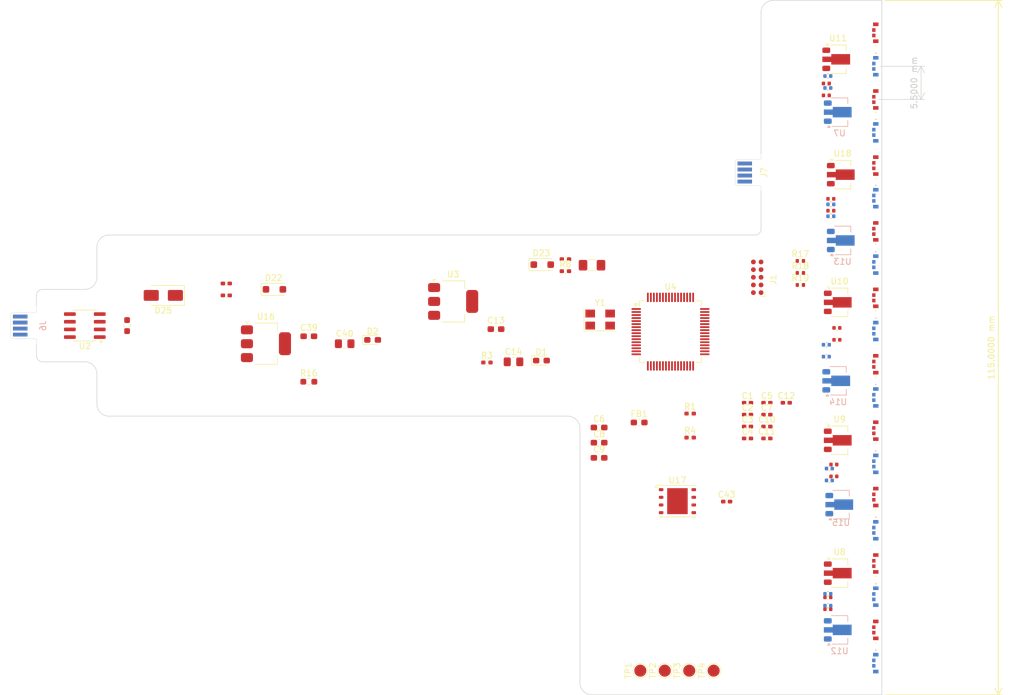
<source format=kicad_pcb>
(kicad_pcb (version 20241229) (generator "pcbnew") (generator_version "9.0")
  (layers (0 "F.Cu" signal) (2 "B.Cu" signal) (13 "F.Paste" user) (15 "B.Paste" user) (5 "F.SilkS" user "F.Silkscreen") (7 "B.SilkS" user "B.Silkscreen") (1 "F.Mask" user) (3 "B.Mask" user) (25 "Edge.Cuts" user))
  (net 0 "")
  (net 1 "GND")
  (net 2 "+3.3V")
  (net 3 "+3.3VA")
  (net 4 "NRST")
  (net 5 "Net-(C11-Pad1)")
  (net 6 "OSC_OUT")
  (net 7 "+5V")
  (net 8 "VD")
  (net 9 "Net-(D14-VDD)")
  (net 10 "Net-(D15-VDD)")
  (net 11 "Net-(D16-VDD)")
  (net 12 "Net-(D17-VDD)")
  (net 13 "Net-(D18-VDD)")
  (net 14 "Net-(D19-VDD)")
  (net 15 "Net-(D10-VDD)")
  (net 16 "Net-(D13-VDD)")
  (net 17 "Net-(D26-VDD)")
  (net 18 "Net-(D28-VDD)")
  (net 19 "v_main")
  (net 20 "Net-(D22-A)")
  (net 21 "Net-(D1-K)")
  (net 22 "Net-(D2-K)")
  (net 23 "Net-(D14-DIN)")
  (net 24 "LED_Signal")
  (net 25 "Net-(D15-DIN)")
  (net 26 "/LED_grouped/DO")
  (net 27 "Net-(D16-DIN)")
  (net 28 "/LED_grouped1/DO")
  (net 29 "Net-(D17-DIN)")
  (net 30 "/LED_grouped2/DO")
  (net 31 "Net-(D18-DIN)")
  (net 32 "/LED_grouped3/DO")
  (net 33 "Net-(D19-DIN)")
  (net 34 "/LED_grouped4/DO")
  (net 35 "Net-(D10-DO)")
  (net 36 "/LED_grouped5/DO")
  (net 37 "/LED_grouped6/DO")
  (net 38 "Net-(D13-DO)")
  (net 39 "/LED_grouped7/DO")
  (net 40 "Net-(D23-A)")
  (net 41 "Net-(D25-A)")
  (net 42 "Net-(D26-DO)")
  (net 43 "/LED_grouped8/DO")
  (net 44 "Net-(D28-DO)")
  (net 45 "/LED_grouped9/DO")
  (net 46 "charging_voltage")
  (net 47 "Net-(J1-Pin_5)")
  (net 48 "/J1-SWDIO")
  (net 49 "Net-(J1-Pin_6)")
  (net 50 "SWCLK")
  (net 51 "SWDIO")
  (net 52 "BOOT0")
  (net 53 "CAN_H_OUT")
  (net 54 "CAN_L_OUT")
  (net 55 "CAN_H_IN")
  (net 56 "CAN_L_IN")
  (net 57 "OSC_IN")
  (net 58 "VDsense")
  (net 59 "SWO")
  (net 60 "SPI_CS_FLASH")
  (net 61 "SPI2_SCK")
  (net 62 "SPI2_MISO")
  (net 63 "SPI2_MOSI")
  (net 64 "CAN_RX")
  (net 65 "CAN_TX")
  (net 66 "CAN_ADDR1")
  (net 67 "SPI1_MOSI")
  (net 68 "SPI1_SCK")
  (net 70 "SPI_CS_RADIO")
  (net 71 "P_SCL")
  (net 72 "SG_VOUT1")
  (net 78 "DIO3_RADIO")
  (net 81 "SG_REF")
  (net 83 "SPI1_MISO")
  (net 85 "P_SDA")
  (net 96 "CAN_ADDR0")
  (net 97 "SG_EN")
  (net 101 "TH_sense")
  (net 102 "DIO1_RADIO")
  (net 103 "SG_VOUT0")
  (footprint "Resistor_SMD:R_0402_1005Metric_Pad0.72x0.64mm_HandSolder" (layer "F.Cu") (at 193.2575 103.42)
    (property "Reference" "R1" (at 0 -1.17 0) (layer "F.SilkS"))
    (property "Value" "10k")
    (pad "1" smd roundrect (at -0.5975 0) (size 0.715 0.64) (layers "F.Cu" "F.Mask" "F.Paste") (net 1 "GND"))
    (pad "2" smd roundrect (at 0.5975 0) (size 0.715 0.64) (layers "F.Cu" "F.Mask" "F.Paste") (net 52 "BOOT0"))
  )
  (footprint "Capacitor_SMD:C_0603_1608Metric_Pad1.08x0.95mm_HandSolder" (layer "F.Cu") (at 178.17 110.75)
    (property "Reference" "C9" (at 0 -1.43 0) (layer "F.SilkS"))
    (property "Value" "1u")
    (pad "1" smd roundrect (at -0.8625 0) (size 1.075 0.95) (layers "F.Cu" "F.Mask" "F.Paste") (net 2 "+3.3V"))
    (pad "2" smd roundrect (at 0.8625 0) (size 1.075 0.95) (layers "F.Cu" "F.Mask" "F.Paste") (net 1 "GND"))
  )
  (footprint "Capacitor_SMD:C_0603_1608Metric_Pad1.08x0.95mm_HandSolder" (layer "F.Cu") (at 161.1 89.435)
    (property "Reference" "C13" (at 0 -1.43 0) (layer "F.SilkS"))
    (property "Value" "10u")
    (pad "1" smd roundrect (at -0.8625 0) (size 1.075 0.95) (layers "F.Cu" "F.Mask" "F.Paste") (net 7 "+5V"))
    (pad "2" smd roundrect (at 0.8625 0) (size 1.075 0.95) (layers "F.Cu" "F.Mask" "F.Paste") (net 1 "GND"))
  )
  (footprint "Resistor_SMD:R_0402_1005Metric_Pad0.72x0.64mm_HandSolder" (layer "F.Cu") (at 193.2575 107.4)
    (property "Reference" "R4" (at 0 -1.17 0) (layer "F.SilkS"))
    (property "Value" "1k")
    (pad "1" smd roundrect (at -0.5975 0) (size 0.715 0.64) (layers "F.Cu" "F.Mask" "F.Paste") (net 57 "OSC_IN"))
    (pad "2" smd roundrect (at 0.5975 0) (size 0.715 0.64) (layers "F.Cu" "F.Mask" "F.Paste") (net 5 "Net-(C11-Pad1)"))
  )
  (footprint "Diode_SMD:D_SOD-123F" (layer "F.Cu") (at 124.4 82.85)
    (property "Reference" "D22" (at -0.127 -1.905 0) (layer "F.SilkS"))
    (property "Value" "D_Schottky")
    (pad "1" smd roundrect (at -1.4 0) (size 1.1 1.1) (layers "F.Cu" "F.Mask" "F.Paste") (roundrect_rratio 0.2272727273) (net 7 "+5V"))
    (pad "2" smd roundrect (at 1.4 0) (size 1.1 1.1) (layers "F.Cu" "F.Mask" "F.Paste") (roundrect_rratio 0.2272727273) (net 20 "Net-(D22-A)"))
  )
  (footprint "Resistor_SMD:R_0603_1608Metric_Pad0.98x0.95mm_HandSolder" (layer "F.Cu") (at 130.1 98.15)
    (property "Reference" "R16" (at 0 -1.43 0) (layer "F.SilkS"))
    (property "Value" "680")
    (pad "1" smd roundrect (at -0.9125 0) (size 0.975 0.95) (layers "F.Cu" "F.Mask" "F.Paste") (net 22 "Net-(D2-K)"))
    (pad "2" smd roundrect (at 0.9125 0) (size 0.975 0.95) (layers "F.Cu" "F.Mask" "F.Paste") (net 1 "GND"))
  )
  (footprint "Resistor_SMD:R_0402_1005Metric" (layer "F.Cu") (at 211.51 80.13)
    (property "Reference" "R18" (at 0 -1.17 0) (layer "F.SilkS"))
    (property "Value" "22")
    (pad "1" smd roundrect (at -0.51 0) (size 0.54 0.64) (layers "F.Cu" "F.Mask" "F.Paste") (net 51 "SWDIO"))
    (pad "2" smd roundrect (at 0.51 0) (size 0.54 0.64) (layers "F.Cu" "F.Mask" "F.Paste") (net 48 "/J1-SWDIO"))
  )
  (footprint "Capacitor_SMD:C_0402_1005Metric" (layer "F.Cu") (at 216.56 69.825)
    (property "Reference" "C38" (hide yes))
    (property "Value" "100n" (hide yes))
    (pad "1" smd roundrect (at -0.48 0) (size 0.56 0.62) (layers "F.Cu" "F.Mask" "F.Paste") (net 18 "Net-(D28-VDD)"))
    (pad "2" smd roundrect (at 0.48 0) (size 0.56 0.62) (layers "F.Cu" "F.Mask" "F.Paste") (net 1 "GND"))
  )
  (footprint "Capacitor_SMD:C_0402_1005Metric_Pad0.74x0.62mm_HandSolder" (layer "F.Cu") (at 202.7575 103.6)
    (property "Reference" "C2" (at 0 -1.16 0) (layer "F.SilkS"))
    (property "Value" "100n")
    (pad "1" smd roundrect (at -0.5675 0) (size 0.735 0.62) (layers "F.Cu" "F.Mask" "F.Paste") (net 2 "+3.3V"))
    (pad "2" smd roundrect (at 0.5675 0) (size 0.735 0.62) (layers "F.Cu" "F.Mask" "F.Paste") (net 1 "GND"))
  )
  (footprint "fancyfins:1313210530000" (layer "F.Cu") (at 224 73.25 -90)
    (property "Reference" "D29" (hide yes))
    (property "Value" "3210" (hide yes))
    (pad "1" smd rect (at 1.4 0 270) (size 0.6 0.9) (layers "F.Cu" "F.Mask" "F.Paste") (net 1 "GND"))
    (pad "2" smd rect (at 0.45 0.325) (size 0.55 0.6) (layers "F.Cu" "F.Mask" "F.Paste") (net 44 "Net-(D28-DO)"))
    (pad "3" smd rect (at -0.45 0.325) (size 0.55 0.6) (layers "F.Cu" "F.Mask" "F.Paste") (net 18 "Net-(D28-VDD)"))
    (pad "4" smd rect (at -1.4 0 270) (size 0.6 0.9) (layers "F.Cu" "F.Mask" "F.Paste") (net 45 "/LED_grouped9/DO"))
  )
  (footprint "Package_TO_SOT_SMD:SOT-223-3_TabPin2" (layer "F.Cu") (at 154 84.85)
    (property "Reference" "U3" (at 0 -4.5 0) (layer "F.SilkS"))
    (property "Value" "AZ1117-3.3")
    (pad "1" smd roundrect (at -3.15 -2.3) (size 2 1.5) (layers "F.Cu" "F.Mask" "F.Paste") (net 1 "GND"))
    (pad "2" smd roundrect (at -3.15 0) (size 2 1.5) (layers "F.Cu" "F.Mask" "F.Paste") (net 2 "+3.3V"))
    (pad "2" smd roundrect (at 3.15 0) (size 2 3.8) (layers "F.Cu" "F.Mask" "F.Paste") (net 2 "+3.3V"))
    (pad "3" smd roundrect (at -3.15 2.3) (size 2 1.5) (layers "F.Cu" "F.Mask" "F.Paste") (net 7 "+5V"))
  )
  (footprint "TestPoint:TestPoint_Pad_D2.0mm" (layer "F.Cu") (at 189.05 146 90)
    (property "Reference" "TP2" (at 0 -1.998 90) (layer "F.SilkS"))
    (property "Value" "SCK")
    (pad "1" smd circle (at 0 0 90) (size 2 2) (layers "F.Cu" "F.Mask") (net 61 "SPI2_SCK"))
  )
  (footprint "fancyfins:1313210530000" (layer "F.Cu") (at 224 139.25 -90)
    (property "Reference" "D15" (hide yes))
    (property "Value" "3210" (hide yes))
    (pad "1" smd rect (at 1.4 0 270) (size 0.6 0.9) (layers "F.Cu" "F.Mask" "F.Paste") (net 1 "GND"))
    (pad "2" smd rect (at 0.45 0.325) (size 0.55 0.6) (layers "F.Cu" "F.Mask" "F.Paste") (net 25 "Net-(D15-DIN)"))
    (pad "3" smd rect (at -0.45 0.325) (size 0.55 0.6) (layers "F.Cu" "F.Mask" "F.Paste") (net 10 "Net-(D15-VDD)"))
    (pad "4" smd rect (at -1.4 0 270) (size 0.6 0.9) (layers "F.Cu" "F.Mask" "F.Paste") (net 28 "/LED_grouped1/DO"))
  )
  (footprint "Crystal:Crystal_SMD_5032-4Pin_5.0x3.2mm" (layer "F.Cu") (at 178.35 87.85)
    (property "Reference" "Y1" (at 0 -2.8 0) (layer "F.SilkS"))
    (property "Value" "8MHz 12pF")
    (pad "1" smd rect (at -1.65 1) (size 1.6 1.3) (layers "F.Cu" "F.Mask" "F.Paste") (net 5 "Net-(C11-Pad1)"))
    (pad "2" smd rect (at 1.65 1) (size 1.6 1.3) (layers "F.Cu" "F.Mask" "F.Paste") (net 1 "GND"))
    (pad "3" smd rect (at 1.65 -1) (size 1.6 1.3) (layers "F.Cu" "F.Mask" "F.Paste") (net 6 "OSC_OUT"))
    (pad "4" smd rect (at -1.65 -1) (size 1.6 1.3) (layers "F.Cu" "F.Mask" "F.Paste") (net 1 "GND"))
  )
  (footprint "TestPoint:TestPoint_Pad_D2.0mm" (layer "F.Cu") (at 193.1 146 90)
    (property "Reference" "TP3" (at 0 -1.998 90) (layer "F.SilkS"))
    (property "Value" "MISO")
    (pad "1" smd circle (at 0 0 90) (size 2 2) (layers "F.Cu" "F.Mask") (net 62 "SPI2_MISO"))
  )
  (footprint "fancyfins:1313210530000" (layer "F.Cu") (at 224 117.25 -90)
    (property "Reference" "D16" (hide yes))
    (property "Value" "3210" (hide yes))
    (pad "1" smd rect (at 1.4 0 270) (size 0.6 0.9) (layers "F.Cu" "F.Mask" "F.Paste") (net 1 "GND"))
    (pad "2" smd rect (at 0.45 0.325) (size 0.55 0.6) (layers "F.Cu" "F.Mask" "F.Paste") (net 27 "Net-(D16-DIN)"))
    (pad "3" smd rect (at -0.45 0.325) (size 0.55 0.6) (layers "F.Cu" "F.Mask" "F.Paste") (net 11 "Net-(D16-VDD)"))
    (pad "4" smd rect (at -1.4 0 270) (size 0.6 0.9) (layers "F.Cu" "F.Mask" "F.Paste") (net 30 "/LED_grouped2/DO"))
  )
  (footprint "Capacitor_SMD:C_0402_1005Metric" (layer "F.Cu") (at 216.56 67.855)
    (property "Reference" "C37" (hide yes))
    (property "Value" "330n" (hide yes))
    (pad "1" smd roundrect (at -0.48 0) (size 0.56 0.62) (layers "F.Cu" "F.Mask" "F.Paste") (net 8 "VD"))
    (pad "2" smd roundrect (at 0.48 0) (size 0.56 0.62) (layers "F.Cu" "F.Mask" "F.Paste") (net 1 "GND"))
  )
  (footprint "Resistor_SMD:R_0402_1005Metric" (layer "F.Cu") (at 211.51 78.14)
    (property "Reference" "R17" (at 0 -1.17 0) (layer "F.SilkS"))
    (property "Value" "22")
    (pad "1" smd roundrect (at -0.51 0) (size 0.54 0.64) (layers "F.Cu" "F.Mask" "F.Paste") (net 49 "Net-(J1-Pin_6)"))
    (pad "2" smd roundrect (at 0.51 0) (size 0.54 0.64) (layers "F.Cu" "F.Mask" "F.Paste") (net 50 "SWCLK"))
  )
  (footprint "fancyfins:1313210530000" (layer "F.Cu") (at 224 40.35 -90)
    (property "Reference" "D8" (hide yes))
    (property "Value" "3210" (hide yes))
    (pad "1" smd rect (at 1.4 0 270) (size 0.6 0.9) (layers "F.Cu" "F.Mask" "F.Paste") (net 31 "Net-(D18-DIN)"))
    (pad "2" smd rect (at 0.45 0.325) (size 0.55 0.6) (layers "F.Cu" "F.Mask" "F.Paste") (net 1 "GND"))
    (pad "3" smd rect (at -0.45 0.325) (size 0.55 0.6) (layers "F.Cu" "F.Mask" "F.Paste") (net 13 "Net-(D18-VDD)"))
    (pad "4" smd rect (at -1.4 0 270) (size 0.6 0.9) (layers "F.Cu" "F.Mask" "F.Paste") (net 32 "/LED_grouped3/DO"))
  )
  (footprint "Capacitor_SMD:C_0402_1005Metric_Pad0.74x0.62mm_HandSolder" (layer "F.Cu") (at 202.7575 101.63)
    (property "Reference" "C1" (at 0 -1.16 0) (layer "F.SilkS"))
    (property "Value" "100n")
    (pad "1" smd roundrect (at -0.5675 0) (size 0.735 0.62) (layers "F.Cu" "F.Mask" "F.Paste") (net 2 "+3.3V"))
    (pad "2" smd roundrect (at 0.5675 0) (size 0.735 0.62) (layers "F.Cu" "F.Mask" "F.Paste") (net 1 "GND"))
  )
  (footprint "Package_TO_SOT_SMD:SOT-89-3" (layer "F.Cu") (at 218 85)
    (property "Reference" "U10" (at 0 -3.5 0) (layer "F.SilkS"))
    (property "Value" "L78L05_SOT89" (hide yes))
    (pad "1" smd roundrect (at -1.95 -1.5) (size 1.3 0.9) (layers "F.Cu" "F.Mask" "F.Paste") (net 12 "Net-(D17-VDD)"))
    (pad "2" smd custom (at -1.8625 0) (size 1.475 0.9) (layers "F.Cu" "F.Mask" "F.Paste") (net 1 "GND") (options (clearance outline) (anchor rect)) (primitives (gr_poly (pts (xy 3.8625 0.8665) (xy 0.7375 0.8665) (xy 0.7375 -0.8665) (xy 3.8625 -0.8665)) (width 0) (fill yes))))
    (pad "3" smd roundrect (at -1.95 1.5) (size 1.3 0.9) (layers "F.Cu" "F.Mask" "F.Paste") (net 8 "VD"))
  )
  (footprint "Package_QFP:LQFP-64_10x10mm_P0.5mm" (layer "F.Cu") (at 190 89.85)
    (property "Reference" "U4" (at 0 -7.4 0) (layer "F.SilkS"))
    (property "Value" "STM32F103RCTx")
    (pad "1" smd roundrect (at -5.675 -3.75) (size 1.55 0.3) (layers "F.Cu" "F.Mask" "F.Paste") (net 2 "+3.3V"))
    (pad "2" smd roundrect (at -5.675 -3.25) (size 1.55 0.3) (layers "F.Cu" "F.Mask" "F.Paste"))
    (pad "3" smd roundrect (at -5.675 -2.75) (size 1.55 0.3) (layers "F.Cu" "F.Mask" "F.Paste"))
    (pad "4" smd roundrect (at -5.675 -2.25) (size 1.55 0.3) (layers "F.Cu" "F.Mask" "F.Paste"))
    (pad "5" smd roundrect (at -5.675 -1.75) (size 1.55 0.3) (layers "F.Cu" "F.Mask" "F.Paste") (net 57 "OSC_IN"))
    (pad "6" smd roundrect (at -5.675 -1.25) (size 1.55 0.3) (layers "F.Cu" "F.Mask" "F.Paste") (net 6 "OSC_OUT"))
    (pad "7" smd roundrect (at -5.675 -0.75) (size 1.55 0.3) (layers "F.Cu" "F.Mask" "F.Paste") (net 4 "NRST"))
    (pad "8" smd roundrect (at -5.675 -0.25) (size 1.55 0.3) (layers "F.Cu" "F.Mask" "F.Paste") (net 97 "SG_EN"))
    (pad "9" smd roundrect (at -5.675 0.25) (size 1.55 0.3) (layers "F.Cu" "F.Mask" "F.Paste") (net 103 "SG_VOUT0"))
    (pad "10" smd roundrect (at -5.675 0.75) (size 1.55 0.3) (layers "F.Cu" "F.Mask" "F.Paste") (net 81 "SG_REF"))
    (pad "11" smd roundrect (at -5.675 1.25) (size 1.55 0.3) (layers "F.Cu" "F.Mask" "F.Paste") (net 72 "SG_VOUT1"))
    (pad "12" smd roundrect (at -5.675 1.75) (size 1.55 0.3) (layers "F.Cu" "F.Mask" "F.Paste") (net 1 "GND"))
    (pad "13" smd roundrect (at -5.675 2.25) (size 1.55 0.3) (layers "F.Cu" "F.Mask" "F.Paste") (net 3 "+3.3VA"))
    (pad "14" smd roundrect (at -5.675 2.75) (size 1.55 0.3) (layers "F.Cu" "F.Mask" "F.Paste"))
    (pad "15" smd roundrect (at -5.675 3.25) (size 1.55 0.3) (layers "F.Cu" "F.Mask" "F.Paste"))
    (pad "16" smd roundrect (at -5.675 3.75) (size 1.55 0.3) (layers "F.Cu" "F.Mask" "F.Paste"))
    (pad "17" smd roundrect (at -3.75 5.675) (size 0.3 1.55) (layers "F.Cu" "F.Mask" "F.Paste") (net 102 "DIO1_RADIO"))
    (pad "18" smd roundrect (at -3.25 5.675) (size 0.3 1.55) (layers "F.Cu" "F.Mask" "F.Paste") (net 1 "GND"))
    (pad "19" smd roundrect (at -2.75 5.675) (size 0.3 1.55) (layers "F.Cu" "F.Mask" "F.Paste") (net 2 "+3.3V"))
    (pad "20" smd roundrect (at -2.25 5.675) (size 0.3 1.55) (layers "F.Cu" "F.Mask" "F.Paste") (net 78 "DIO3_RADIO"))
    (pad "21" smd roundrect (at -1.75 5.675) (size 0.3 1.55) (layers "F.Cu" "F.Mask" "F.Paste") (net 68 "SPI1_SCK"))
    (pad "22" smd roundrect (at -1.25 5.675) (size 0.3 1.55) (layers "F.Cu" "F.Mask" "F.Paste") (net 83 "SPI1_MISO"))
    (pad "23" smd roundrect (at -0.75 5.675) (size 0.3 1.55) (layers "F.Cu" "F.Mask" "F.Paste") (net 67 "SPI1_MOSI"))
    (pad "24" smd roundrect (at -0.25 5.675) (size 0.3 1.55) (layers "F.Cu" "F.Mask" "F.Paste") (net 70 "SPI_CS_RADIO"))
    (pad "25" smd roundrect (at 0.25 5.675) (size 0.3 1.55) (layers "F.Cu" "F.Mask" "F.Paste"))
    (pad "26" smd roundrect (at 0.75 5.675) (size 0.3 1.55) (layers "F.Cu" "F.Mask" "F.Paste") (net 101 "TH_sense"))
    (pad "27" smd roundrect (at 1.25 5.675) (size 0.3 1.55) (layers "F.Cu" "F.Mask" "F.Paste") (net 58 "VDsense"))
    (pad "28" smd roundrect (at 1.75 5.675) (size 0.3 1.55) (layers "F.Cu" "F.Mask" "F.Paste"))
    (pad "29" smd roundrect (at 2.25 5.675) (size 0.3 1.55) (layers "F.Cu" "F.Mask" "F.Paste") (net 71 "P_SCL"))
    (pad "30" smd roundrect (at 2.75 5.675) (size 0.3 1.55) (layers "F.Cu" "F.Mask" "F.Paste") (net 85 "P_SDA"))
    (pad "31" smd roundrect (at 3.25 5.675) (size 0.3 1.55) (layers "F.Cu" "F.Mask" "F.Paste") (net 1 "GND"))
    (pad "32" smd roundrect (at 3.75 5.675) (size 0.3 1.55) (layers "F.Cu" "F.Mask" "F.Paste") (net 2 "+3.3V"))
    (pad "33" smd roundrect (at 5.675 3.75) (size 1.55 0.3) (layers "F.Cu" "F.Mask" "F.Paste"))
    (pad "34" smd roundrect (at 5.675 3.25) (size 1.55 0.3) (layers "F.Cu" "F.Mask" "F.Paste") (net 61 "SPI2_SCK"))
    (pad "35" smd roundrect (at 5.675 2.75) (size 1.55 0.3) (layers "F.Cu" "F.Mask" "F.Paste") (net 62 "SPI2_MISO"))
    (pad "36" smd roundrect (at 5.675 2.25) (size 1.55 0.3) (layers "F.Cu" "F.Mask" "F.Paste") (net 63 "SPI2_MOSI"))
    (pad "37" smd roundrect (at 5.675 1.75) (size 1.55 0.3) (layers "F.Cu" "F.Mask" "F.Paste") (net 60 "SPI_CS_FLASH"))
    (pad "38" smd roundrect (at 5.675 1.25) (size 1.55 0.3) (layers "F.Cu" "F.Mask" "F.Paste"))
    (pad "39" smd roundrect (at 5.675 0.75) (size 1.55 0.3) (layers "F.Cu" "F.Mask" "F.Paste"))
    (pad "40" smd roundrect (at 5.675 0.25) (size 1.55 0.3) (layers "F.Cu" "F.Mask" "F.Paste"))
    (pad "41" smd roundrect (at 5.675 -0.25) (size 1.55 0.3) (layers "F.Cu" "F.Mask" "F.Paste") (net 96 "CAN_ADDR0"))
    (pad "42" smd roundrect (at 5.675 -0.75) (size 1.55 0.3) (layers "F.Cu" "F.Mask" "F.Paste") (net 66 "CAN_ADDR1"))
    (pad "43" smd roundrect (at 5.675 -1.25) (size 1.55 0.3) (layers "F.Cu" "F.Mask" "F.Paste"))
    (pad "44" smd roundrect (at 5.675 -1.75) (size 1.55 0.3) (layers "F.Cu" "F.Mask" "F.Paste"))
    (pad "45" smd roundrect (at 5.675 -2.25) (size 1.55 0.3) (layers "F.Cu" "F.Mask" "F.Paste"))
    (pad "46" smd roundrect (at 5.675 -2.75) (size 1.55 0.3) (layers "F.Cu" "F.Mask" "F.Paste") (net 51 "SWDIO"))
    (pad "47" smd roundrect (at 5.675 -3.25) (size 1.55 0.3) (layers "F.Cu" "F.Mask" "F.Paste") (net 1 "GND"))
    (pad "48" smd roundrect (at 5.675 -3.75) (size 1.55 0.3) (layers "F.Cu" "F.Mask" "F.Paste") (net 2 "+3.3V"))
    (pad "49" smd roundrect (at 3.75 -5.675) (size 0.3 1.55) (layers "F.Cu" "F.Mask" "F.Paste") (net 50 "SWCLK"))
    (pad "50" smd roundrect (at 3.25 -5.675) (size 0.3 1.55) (layers "F.Cu" "F.Mask" "F.Paste"))
    (pad "51" smd roundrect (at 2.75 -5.675) (size 0.3 1.55) (layers "F.Cu" "F.Mask" "F.Paste"))
    (pad "52" smd roundrect (at 2.25 -5.675) (size 0.3 1.55) (layers "F.Cu" "F.Mask" "F.Paste"))
    (pad "53" smd roundrect (at 1.75 -5.675) (size 0.3 1.55) (layers "F.Cu" "F.Mask" "F.Paste"))
    (pad "54" smd roundrect (at 1.25 -5.675) (size 0.3 1.55) (layers "F.Cu" "F.Mask" "F.Paste"))
    (pad "55" smd roundrect (at 0.75 -5.675) (size 0.3 1.55) (layers "F.Cu" "F.Mask" "F.Paste"))
    (pad "56" smd roundrect (at 0.25 -5.675) (size 0.3 1.55) (layers "F.Cu" "F.Mask" "F.Paste"))
    (pad "57" smd roundrect (at -0.25 -5.675) (size 0.3 1.55) (layers "F.Cu" "F.Mask" "F.Paste") (net 24 "LED_Signal"))
    (pad "58" smd roundrect (at -0.75 -5.675) (size 0.3 1.55) (layers "F.Cu" "F.Mask" "F.Paste"))
    (pad "59" smd roundrect (at -1.25 -5.675) (size 0.3 1.55) (layers "F.Cu" "F.Mask" "F.Paste"))
    (pad "60" smd roundrect (at -1.75 -5.675) (size 0.3 1.55) (layers "F.Cu" "F.Mask" "F.Paste") (net 52 "BOOT0"))
    (pad "61" smd roundrect (at -2.25 -5.675) (size 0.3 1.55) (layers "F.Cu" "F.Mask" "F.Paste") (net 64 "CAN_RX"))
    (pad "62" smd roundrect (at -2.75 -5.675) (size 0.3 1.55) (layers "F.Cu" "F.Mask" "F.Paste") (net 65 "CAN_TX"))
    (pad "63" smd roundrect (at -3.25 -5.675) (size 0.3 1.55) (layers "F.Cu" "F.Mask" "F.Paste") (net 1 "GND"))
    (pad "64" smd roundrect (at -3.75 -5.675) (size 0.3 1.55) (layers "F.Cu" "F.Mask" "F.Paste") (net 2 "+3.3V"))
  )
  (footprint "Capacitor_SMD:C_0805_2012Metric_Pad1.18x1.45mm_HandSolder" (layer "F.Cu") (at 136.0375 91.85)
    (property "Reference" "C40" (at 0 -1.68 0) (layer "F.SilkS"))
    (property "Value" "22u")
    (pad "1" smd roundrect (at -1.0375 0) (size 1.175 1.45) (layers "F.Cu" "F.Mask" "F.Paste") (roundrect_rratio 0.212766) (net 20 "Net-(D22-A)"))
    (pad "2" smd roundrect (at 1.0375 0) (size 1.175 1.45) (layers "F.Cu" "F.Mask" "F.Paste") (roundrect_rratio 0.212766) (net 1 "GND"))
  )
  (footprint "Capacitor_SMD:C_0402_1005Metric_Pad0.74x0.62mm_HandSolder" (layer "F.Cu") (at 199.3 118)
    (property "Reference" "C43" (at 0 -1.16 0) (layer "F.SilkS"))
    (property "Value" "100n")
    (pad "1" smd roundrect (at -0.5675 0) (size 0.735 0.62) (layers "F.Cu" "F.Mask" "F.Paste") (net 1 "GND"))
    (pad "2" smd roundrect (at 0.5675 0) (size 0.735 0.62) (layers "F.Cu" "F.Mask" "F.Paste") (net 2 "+3.3V"))
  )
  (footprint "fancyfins:1313210530000" (layer "F.Cu") (at 224 84.25 -90)
    (property "Reference" "D7" (hide yes))
    (property "Value" "3210" (hide yes))
    (pad "1" smd rect (at 1.4 0 270) (size 0.6 0.9) (layers "F.Cu" "F.Mask" "F.Paste") (net 29 "Net-(D17-DIN)"))
    (pad "2" smd rect (at 0.45 0.325) (size 0.55 0.6) (layers "F.Cu" "F.Mask" "F.Paste") (net 1 "GND"))
    (pad "3" smd rect (at -0.45 0.325) (size 0.55 0.6) (layers "F.Cu" "F.Mask" "F.Paste") (net 12 "Net-(D17-VDD)"))
    (pad "4" smd rect (at -1.4 0 270) (size 0.6 0.9) (layers "F.Cu" "F.Mask" "F.Paste") (net 30 "/LED_grouped2/DO"))
  )
  (footprint "Capacitor_SMD:C_0402_1005Metric_Pad0.74x0.62mm_HandSolder" (layer "F.Cu") (at 209.1775 101.63)
    (property "Reference" "C12" (at 0 -1.16 0) (layer "F.SilkS"))
    (property "Value" "10p")
    (pad "1" smd roundrect (at -0.5675 0) (size 0.735 0.62) (layers "F.Cu" "F.Mask" "F.Paste") (net 6 "OSC_OUT"))
    (pad "2" smd roundrect (at 0.5675 0) (size 0.735 0.62) (layers "F.Cu" "F.Mask" "F.Paste") (net 1 "GND"))
  )
  (footprint "fancyfins:1313210530000" (layer "F.Cu") (at 224 95.25 -90)
    (property "Reference" "D17" (hide yes))
    (property "Value" "3210" (hide yes))
    (pad "1" smd rect (at 1.4 0 270) (size 0.6 0.9) (layers "F.Cu" "F.Mask" "F.Paste") (net 1 "GND"))
    (pad "2" smd rect (at 0.45 0.325) (size 0.55 0.6) (layers "F.Cu" "F.Mask" "F.Paste") (net 29 "Net-(D17-DIN)"))
    (pad "3" smd rect (at -0.45 0.325) (size 0.55 0.6) (layers "F.Cu" "F.Mask" "F.Paste") (net 12 "Net-(D17-VDD)"))
    (pad "4" smd rect (at -1.4 0 270) (size 0.6 0.9) (layers "F.Cu" "F.Mask" "F.Paste") (net 32 "/LED_grouped3/DO"))
  )
  (footprint "LED_SMD:LED_0603_1608Metric_Pad1.05x0.95mm_HandSolder" (layer "F.Cu") (at 140.6625 91.22)
    (property "Reference" "D2" (at 0 -1.43 0) (layer "F.SilkS"))
    (property "Value" "red")
    (pad "1" smd roundrect (at -0.875 0) (size 1.05 0.95) (layers "F.Cu" "F.Mask" "F.Paste") (net 22 "Net-(D2-K)"))
    (pad "2" smd roundrect (at 0.875 0) (size 1.05 0.95) (layers "F.Cu" "F.Mask" "F.Paste") (net 7 "+5V"))
  )
  (footprint "Resistor_SMD:R_0402_1005Metric" (layer "F.Cu") (at 211.51 82.12)
    (property "Reference" "R19" (at 0 -1.17 0) (layer "F.SilkS"))
    (property "Value" "22")
    (pad "1" smd roundrect (at -0.51 0) (size 0.54 0.64) (layers "F.Cu" "F.Mask" "F.Paste") (net 59 "SWO"))
    (pad "2" smd roundrect (at 0.51 0) (size 0.54 0.64) (layers "F.Cu" "F.Mask" "F.Paste") (net 47 "Net-(J1-Pin_5)"))
  )
  (footprint "Capacitor_SMD:C_0402_1005Metric_Pad0.74x0.62mm_HandSolder" (layer "F.Cu") (at 205.9675 107.54)
    (property "Reference" "C11" (at 0 -1.16 0) (layer "F.SilkS"))
    (property "Value" "10p")
    (pad "1" smd roundrect (at -0.5675 0) (size 0.735 0.62) (layers "F.Cu" "F.Mask" "F.Paste") (net 5 "Net-(C11-Pad1)"))
    (pad "2" smd roundrect (at 0.5675 0) (size 0.735 0.62) (layers "F.Cu" "F.Mask" "F.Paste") (net 1 "GND"))
  )
  (footprint "fancyfins:1313210530000" (layer "F.Cu") (at 224 51.4 -90)
    (property "Reference" "D18" (hide yes))
    (property "Value" "3210" (hide yes))
    (pad "1" smd rect (at 1.4 0 270) (size 0.6 0.9) (layers "F.Cu" "F.Mask" "F.Paste") (net 1 "GND"))
    (pad "2" smd rect (at 0.45 0.325) (size 0.55 0.6) (layers "F.Cu" "F.Mask" "F.Paste") (net 31 "Net-(D18-DIN)"))
    (pad "3" smd rect (at -0.45 0.325) (size 0.55 0.6) (layers "F.Cu" "F.Mask" "F.Paste") (net 13 "Net-(D18-VDD)"))
    (pad "4" smd rect (at -1.4 0 270) (size 0.6 0.9) (layers "F.Cu" "F.Mask" "F.Paste") (net 34 "/LED_grouped4/DO"))
  )
  (footprint "Capacitor_SMD:C_0402_1005Metric" (layer "F.Cu") (at 217.56 89.235)
    (property "Reference" "C25" (hide yes))
    (property "Value" "330n" (hide yes))
    (pad "1" smd roundrect (at -0.48 0) (size 0.56 0.62) (layers "F.Cu" "F.Mask" "F.Paste") (net 8 "VD"))
    (pad "2" smd roundrect (at 0.48 0) (size 0.56 0.62) (layers "F.Cu" "F.Mask" "F.Paste") (net 1 "GND"))
  )
  (footprint "TestPoint:TestPoint_Pad_D2.0mm" (layer "F.Cu") (at 197.15 146 90)
    (property "Reference" "TP4" (at 0 -1.998 90) (layer "F.SilkS"))
    (property "Value" "MOSI")
    (pad "1" smd circle (at 0 0 90) (size 2 2) (layers "F.Cu" "F.Mask") (net 63 "SPI2_MOSI"))
  )
  (footprint "fancyfins:1313210530000" (layer "F.Cu") (at 224 128.25 -90)
    (property "Reference" "D5" (hide yes))
    (property "Value" "3210" (hide yes))
    (pad "1" smd rect (at 1.4 0 270) (size 0.6 0.9) (layers "F.Cu" "F.Mask" "F.Paste") (net 25 "Net-(D15-DIN)"))
    (pad "2" smd rect (at 0.45 0.325) (size 0.55 0.6) (layers "F.Cu" "F.Mask" "F.Paste") (net 1 "GND"))
    (pad "3" smd rect (at -0.45 0.325) (size 0.55 0.6) (layers "F.Cu" "F.Mask" "F.Paste") (net 10 "Net-(D15-VDD)"))
    (pad "4" smd rect (at -1.4 0 270) (size 0.6 0.9) (layers "F.Cu" "F.Mask" "F.Paste") (net 26 "/LED_grouped/DO"))
  )
  (footprint "Capacitor_SMD:C_0603_1608Metric_Pad1.08x0.95mm_HandSolder" (layer "F.Cu") (at 130.1 90.62)
    (property "Reference" "C39" (at 0 -1.43 0) (layer "F.SilkS"))
    (property "Value" "10u")
    (pad "1" smd roundrect (at -0.8625 0) (size 1.075 0.95) (layers "F.Cu" "F.Mask" "F.Paste") (net 19 "v_main"))
    (pad "2" smd roundrect (at 0.8625 0) (size 1.075 0.95) (layers "F.Cu" "F.Mask" "F.Paste") (net 1 "GND"))
  )
  (footprint "Resistor_SMD:R_0402_1005Metric_Pad0.72x0.64mm_HandSolder" (layer "F.Cu") (at 172.5975 77.85)
    (property "Reference" "R7" (hide yes))
    (property "Value" "10k")
    (pad "1" smd roundrect (at -0.5975 0) (size 0.715 0.64) (layers "F.Cu" "F.Mask" "F.Paste") (net 58 "VDsense"))
    (pad "2" smd roundrect (at 0.5975 0) (size 0.715 0.64) (layers "F.Cu" "F.Mask" "F.Paste") (net 1 "GND"))
  )
  (footprint "Package_TO_SOT_SMD:SOT-89-3" (layer "F.Cu") (at 218 129.85)
    (property "Reference" "U8" (at 0 -3.5 0) (layer "F.SilkS"))
    (property "Value" "L78L05_SOT89" (hide yes))
    (pad "1" smd roundrect (at -1.95 -1.5) (size 1.3 0.9) (layers "F.Cu" "F.Mask" "F.Paste") (net 10 "Net-(D15-VDD)"))
    (pad "2" smd custom (at -1.8625 0) (size 1.475 0.9) (layers "F.Cu" "F.Mask" "F.Paste") (net 1 "GND") (options (clearance outline) (anchor rect)) (primitives (gr_poly (pts (xy 3.8625 0.8665) (xy 0.7375 0.8665) (xy 0.7375 -0.8665) (xy 3.8625 -0.8665)) (width 0) (fill yes))))
    (pad "3" smd roundrect (at -1.95 1.5) (size 1.3 0.9) (layers "F.Cu" "F.Mask" "F.Paste") (net 8 "VD"))
  )
  (footprint "Capacitor_SMD:C_0603_1608Metric_Pad1.08x0.95mm_HandSolder" (layer "F.Cu") (at 178.17 108.24)
    (property "Reference" "C8" (at 0 -1.43 0) (layer "F.SilkS"))
    (property "Value" "1u")
    (pad "1" smd roundrect (at -0.8625 0) (size 1.075 0.95) (layers "F.Cu" "F.Mask" "F.Paste") (net 3 "+3.3VA"))
    (pad "2" smd roundrect (at 0.8625 0) (size 1.075 0.95) (layers "F.Cu" "F.Mask" "F.Paste") (net 1 "GND"))
  )
  (footprint "Resistor_SMD:R_0402_1005Metric_Pad0.72x0.64mm_HandSolder" (layer "F.Cu") (at 159.5975 94.965)
    (property "Reference" "R3" (at 0 -1.17 0) (layer "F.SilkS"))
    (property "Value" "470")
    (pad "1" smd roundrect (at -0.5975 0) (size 0.715 0.64) (layers "F.Cu" "F.Mask" "F.Paste") (net 21 "Net-(D1-K)"))
    (pad "2" smd roundrect (at 0.5975 0) (size 0.715 0.64) (layers "F.Cu" "F.Mask" "F.Paste") (net 1 "GND"))
  )
  (footprint "Fuse:Fuse_1206_3216Metric_Pad1.42x1.75mm_HandSolder" (layer "F.Cu") (at 177 78.85)
    (property "Reference" "F1" (hide yes))
    (property "Value" "1A" (hide yes))
    (pad "1" smd roundrect (at -1.4875 0) (size 1.425 1.75) (layers "F.Cu" "F.Mask" "F.Paste") (roundrect_rratio 0.175439) (net 46 "charging_voltage"))
    (pad "2" smd roundrect (at 1.4875 0) (size 1.425 1.75) (layers "F.Cu" "F.Mask" "F.Paste") (roundrect_rratio 0.175439) (net 40 "Net-(D23-A)"))
  )
  (footprint "fancyfins:1313210530000" (layer "F.Cu") (at 224 62.35 -90)
    (property "Reference" "D28" (hide yes))
    (property "Value" "3210" (hide yes))
    (pad "1" smd rect (at 1.4 0 270) (size 0.6 0.9) (layers "F.Cu" "F.Mask" "F.Paste") (net 44 "Net-(D28-DO)"))
    (pad "2" smd rect (at 0.45 0.325) (size 0.55 0.6) (layers "F.Cu" "F.Mask" "F.Paste") (net 1 "GND"))
    (pad "3" smd rect (at -0.45 0.325) (size 0.55 0.6) (layers "F.Cu" "F.Mask" "F.Paste") (net 18 "Net-(D28-VDD)"))
    (pad "4" smd rect (at -1.4 0 270) (size 0.6 0.9) (layers "F.Cu" "F.Mask" "F.Paste") (net 43 "/LED_grouped8/DO"))
  )
  (footprint "Capacitor_SMD:C_0402_1005Metric" (layer "F.Cu") (at 215.81 50.725)
    (property "Reference" "C28" (hide yes))
    (property "Value" "100n" (hide yes))
    (pad "1" smd roundrect (at -0.48 0) (size 0.56 0.62) (layers "F.Cu" "F.Mask" "F.Paste") (net 13 "Net-(D18-VDD)"))
    (pad "2" smd roundrect (at 0.48 0) (size 0.56 0.62) (layers "F.Cu" "F.Mask" "F.Paste") (net 1 "GND"))
  )
  (footprint "Capacitor_SMD:C_0402_1005Metric_Pad0.74x0.62mm_HandSolder" (layer "F.Cu") (at 202.7575 107.54)
    (property "Reference" "C4" (at 0 -1.16 0) (layer "F.SilkS"))
    (property "Value" "100n")
    (pad "1" smd roundrect (at -0.5675 0) (size 0.735 0.62) (layers "F.Cu" "F.Mask" "F.Paste") (net 2 "+3.3V"))
    (pad "2" smd roundrect (at 0.5675 0) (size 0.735 0.62) (layers "F.Cu" "F.Mask" "F.Paste") (net 1 "GND"))
  )
  (footprint "Capacitor_SMD:C_0402_1005Metric" (layer "F.Cu") (at 217.06 111.855)
    (property "Reference" "C23" (hide yes))
    (property "Value" "330n" (hide yes))
    (pad "1" smd roundrect (at -0.48 0) (size 0.56 0.62) (layers "F.Cu" "F.Mask" "F.Paste") (net 8 "VD"))
    (pad "2" smd roundrect (at 0.48 0) (size 0.56 0.62) (layers "F.Cu" "F.Mask" "F.Paste") (net 1 "GND"))
  )
  (footprint "Capacitor_SMD:C_0402_1005Metric_Pad0.74x0.62mm_HandSolder" (layer "F.Cu") (at 205.9675 103.6)
    (property "Reference" "C7" (at 0 -1.16 0) (layer "F.SilkS"))
    (property "Value" "10n")
    (pad "1" smd roundrect (at -0.5675 0) (size 0.735 0.62) (layers "F.Cu" "F.Mask" "F.Paste") (net 3 "+3.3VA"))
    (pad "2" smd roundrect (at 0.5675 0) (size 0.735 0.62) (layers "F.Cu" "F.Mask" "F.Paste") (net 1 "GND"))
  )
  (footprint "Capacitor_SMD:C_0402_1005Metric" (layer "F.Cu") (at 215.81 48.755)
    (property "Reference" "C27" (hide yes))
    (property "Value" "330n" (hide yes))
    (pad "1" smd roundrect (at -0.48 0) (size 0.56 0.62) (layers "F.Cu" "F.Mask" "F.Paste") (net 8 "VD"))
    (pad "2" smd roundrect (at 0.48 0) (size 0.56 0.62) (layers "F.Cu" "F.Mask" "F.Paste") (net 1 "GND"))
  )
  (footprint "LED_SMD:LED_0603_1608Metric_Pad1.05x0.95mm_HandSolder" (layer "F.Cu") (at 168.625 94.64)
    (property "Reference" "D1" (at 0 -1.43 0) (layer "F.SilkS"))
    (property "Value" "yellow")
    (pad "1" smd roundrect (at -0.875 0) (size 1.05 0.95) (layers "F.Cu" "F.Mask" "F.Paste") (net 21 "Net-(D1-K)"))
    (pad "2" smd roundrect (at 0.875 0) (size 1.05 0.95) (layers "F.Cu" "F.Mask" "F.Paste") (net 2 "+3.3V"))
  )
  (footprint "fancyfins:1313210530000" (layer "F.Cu") (at 224 106.25 -90)
    (property "Reference" "D6" (hide yes))
    (property "Value" "3210" (hide yes))
    (pad "1" smd rect (at 1.4 0 270) (size 0.6 0.9) (layers "F.Cu" "F.Mask" "F.Paste") (net 27 "Net-(D16-DIN)"))
    (pad "2" smd rect (at 0.45 0.325) (size 0.55 0.6) (layers "F.Cu" "F.Mask" "F.Paste") (net 1 "GND"))
    (pad "3" smd rect (at -0.45 0.325) (size 0.55 0.6) (layers "F.Cu" "F.Mask" "F.Paste") (net 11 "Net-(D16-VDD)"))
    (pad "4" smd rect (at -1.4 0 270) (size 0.6 0.9) (layers "F.Cu" "F.Mask" "F.Paste") (net 28 "/LED_grouped1/DO"))
  )
  (footprint "Capacitor_SMD:C_0402_1005Metric_Pad0.74x0.62mm_HandSolder" (layer "F.Cu") (at 116.4325 83.85)
    (property "Reference" "C49" (hide yes))
    (property "Value" "100n" (hide yes))
    (pad "1" smd roundrect (at -0.5675 0) (size 0.735 0.62) (layers "F.Cu" "F.Mask" "F.Paste") (net 1 "GND"))
    (pad "2" smd roundrect (at 0.5675 0) (size 0.735 0.62) (layers "F.Cu" "F.Mask" "F.Paste") (net 7 "+5V"))
  )
  (footprint "Package_TO_SOT_SMD:SOT-223-3_TabPin2" (layer "F.Cu") (at 123 91.85)
    (property "Reference" "U16" (at 0 -4.5 0) (layer "F.SilkS"))
    (property "Value" "AZ1117-5.0")
    (pad "1" smd roundrect (at -3.15 -2.3) (size 2 1.5) (layers "F.Cu" "F.Mask" "F.Paste") (net 1 "GND"))
    (pad "2" smd roundrect (at -3.15 0) (size 2 1.5) (layers "F.Cu" "F.Mask" "F.Paste") (net 20 "Net-(D22-A)"))
    (pad "2" smd roundrect (at 3.15 0) (size 2 3.8) (layers "F.Cu" "F.Mask" "F.Paste") (net 20 "Net-(D22-A)"))
    (pad "3" smd roundrect (at -3.15 2.3) (size 2 1.5) (layers "F.Cu" "F.Mask" "F.Paste") (net 19 "v_main"))
  )
  (footprint "Capacitor_SMD:C_0402_1005Metric_Pad0.74x0.62mm_HandSolder" (layer "F.Cu") (at 205.9675 105.57)
    (property "Reference" "C10" (at 0 -1.16 0) (layer "F.SilkS"))
    (property "Value" "100n")
    (pad "1" smd roundrect (at -0.5675 0) (size 0.735 0.62) (layers "F.Cu" "F.Mask" "F.Paste") (net 4 "NRST"))
    (pad "2" smd roundrect (at 0.5675 0) (size 0.735 0.62) (layers "F.Cu" "F.Mask" "F.Paste") (net 1 "GND"))
  )
  (footprint "Capacitor_SMD:C_0402_1005Metric_Pad0.74x0.62mm_HandSolder" (layer "F.Cu") (at 205.9675 101.63)
    (property "Reference" "C5" (at 0 -1.16 0) (layer "F.SilkS"))
    (property "Value" "100n")
    (pad "1" smd roundrect (at -0.5675 0) (size 0.735 0.62) (layers "F.Cu" "F.Mask" "F.Paste") (net 2 "+3.3V"))
    (pad "2" smd roundrect (at 0.5675 0) (size 0.735 0.62) (layers "F.Cu" "F.Mask" "F.Paste") (net 1 "GND"))
  )
  (footprint "Capacitor_SMD:C_0402_1005Metric" (layer "F.Cu") (at 217.06 113.825)
    (property "Reference" "C24" (hide yes))
    (property "Value" "100n" (hide yes))
    (pad "1" smd roundrect (at -0.48 0) (size 0.56 0.62) (layers "F.Cu" "F.Mask" "F.Paste") (net 11 "Net-(D16-VDD)"))
    (pad "2" smd roundrect (at 0.48 0) (size 0.56 0.62) (layers "F.Cu" "F.Mask" "F.Paste") (net 1 "GND"))
  )
  (footprint "Capacitor_SMD:C_0402_1005Metric_Pad0.74x0.62mm_HandSolder" (layer "F.Cu") (at 202.7575 105.57)
    (property "Reference" "C3" (at 0 -1.16 0) (layer "F.SilkS"))
    (property "Value" "100n")
    (pad "1" smd roundrect (at -0.5675 0) (size 0.735 0.62) (layers "F.Cu" "F.Mask" "F.Paste") (net 2 "+3.3V"))
    (pad "2" smd roundrect (at 0.5675 0) (size 0.735 0.62) (layers "F.Cu" "F.Mask" "F.Paste") (net 1 "GND"))
  )
  (footprint "Connector:Tag-Connect_TC2050-IDC-FP_2x05_P1.27mm_Vertical" (layer "F.Cu") (at 204.365 80.85 90)
    (property "Reference" "J1" (at -0.375 2.635 90) (layer "F.SilkS"))
    (property "Value" "TC2050" (hide yes))
    (pad "" np_thru_hole circle (at -3.81 -2.54 90) (size 2.3749 2.3749) (drill 2.3749) (layers "*.Cu" "*.Mask"))
    (pad "" np_thru_hole circle (at -3.81 0 90) (size 0.9906 0.9906) (drill 0.9906) (layers "*.Cu" "*.Mask"))
    (pad "" np_thru_hole circle (at -3.81 2.54 90) (size 2.3749 2.3749) (drill 2.3749) (layers "*.Cu" "*.Mask"))
    (pad "" np_thru_hole circle (at 1.905 -2.54 90) (size 2.3749 2.3749) (drill 2.3749) (layers "*.Cu" "*.Mask"))
    (pad "" np_thru_hole circle (at 1.905 2.54 90) (size 2.3749 2.3749) (drill 2.3749) (layers "*.Cu" "*.Mask"))
    (pad "" np_thru_hole circle (at 3.81 -1.016 90) (size 0.9906 0.9906) (drill 0.9906) (layers "*.Cu" "*.Mask"))
    (pad "" np_thru_hole circle (at 3.81 1.016 90) (size 0.9906 0.9906) (drill 0.9906) (layers "*.Cu" "*.Mask"))
    (pad "1" connect circle (at -2.54 0.635 90) (size 0.7874 0.7874) (layers "F.Cu" "F.Mask") (net 4 "NRST"))
    (pad "2" connect circle (at -1.27 0.635 90) (size 0.7874 0.7874) (layers "F.Cu" "F.Mask") (net 48 "/J1-SWDIO"))
    (pad "3" connect circle (at 0 0.635 90) (size 0.7874 0.7874) (layers "F.Cu" "F.Mask") (net 1 "GND"))
    (pad "4" connect circle (at 1.27 0.635 90) (size 0.7874 0.7874) (layers "F.Cu" "F.Mask") (net 1 "GND"))
    (pad "5" connect circle (at 2.54 0.635 90) (size 0.7874 0.7874) (layers "F.Cu" "F.Mask") (net 47 "Net-(J1-Pin_5)"))
    (pad "6" connect circle (at 2.54 -0.635 90) (size 0.7874 0.7874) (layers "F.Cu" "F.Mask") (net 49 "Net-(J1-Pin_6)"))
    (pad "7" connect circle (at 1.27 -0.635 90) (size 0.7874 0.7874) (layers "F.Cu" "F.Mask") (net 2 "+3.3V"))
    (pad "8" connect circle (at 0 -0.635 90) (size 0.7874 0.7874) (layers "F.Cu" "F.Mask") (net 2 "+3.3V"))
    (pad "9" connect circle (at -1.27 -0.635 90) (size 0.7874 0.7874) (layers "F.Cu" "F.Mask") (net 7 "+5V"))
    (pad "10" connect circle (at -2.54 -0.635 90) (size 0.7874 0.7874) (layers "F.Cu" "F.Mask") (net 7 "+5V"))
  )
  (footprint "Resistor_SMD:R_0402_1005Metric_Pad0.72x0.64mm_HandSolder" (layer "F.Cu") (at 172.5975 79.84)
    (property "Reference" "R8" (at 0 -1.17 0) (layer "F.SilkS"))
    (property "Value" "100k" (hide yes))
    (pad "1" smd roundrect (at -0.5975 0) (size 0.715 0.64) (layers "F.Cu" "F.Mask" "F.Paste") (net 8 "VD"))
    (pad "2" smd roundrect (at 0.5975 0) (size 0.715 0.64) (layers "F.Cu" "F.Mask" "F.Paste") (net 58 "VDsense"))
  )
  (footprint "Capacitor_SMD:C_0402_1005Metric" (layer "F.Cu") (at 216.06 133.855)
    (property "Reference" "C21" (hide yes))
    (property "Value" "330n" (hide yes))
    (pad "1" smd roundrect (at -0.48 0) (size 0.56 0.62) (layers "F.Cu" "F.Mask" "F.Paste") (net 8 "VD"))
    (pad "2" smd roundrect (at 0.48 0) (size 0.56 0.62) (layers "F.Cu" "F.Mask" "F.Paste") (net 1 "GND"))
  )
  (footprint "Resistor_SMD:R_0603_1608Metric_Pad0.98x0.95mm_HandSolder" (layer "F.Cu") (at 100 88.85 90)
    (property "Reference" "R2" (hide yes))
    (property "Value" "120, DNP" (hide yes))
    (pad "1" smd roundrect (at -0.9125 0 90) (size 0.975 0.95) (layers "F.Cu" "F.Mask" "F.Paste") (net 55 "CAN_H_IN"))
    (pad "2" smd roundrect (at 0.9125 0 90) (size 0.975 0.95) (layers "F.Cu" "F.Mask" "F.Paste") (net 56 "CAN_L_IN"))
  )
  (footprint "Capacitor_SMD:C_0402_1005Metric_Pad0.74x0.62mm_HandSolder" (layer "F.Cu") (at 116.4325 81.88)
    (property "Reference" "C44" (hide yes))
    (property "Value" "100n" (hide yes))
    (pad "1" smd roundrect (at -0.5675 0) (size 0.735 0.62) (layers "F.Cu" "F.Mask" "F.Paste") (net 1 "GND"))
    (pad "2" smd roundrect (at 0.5675 0) (size 0.735 0.62) (layers "F.Cu" "F.Mask" "F.Paste") (net 2 "+3.3V"))
  )
  (footprint "Inductor_SMD:L_0603_1608Metric_Pad1.05x0.95mm_HandSolder" (layer "F.Cu") (at 184.8075 104.9)
    (property "Reference" "FB1" (at 0 -1.43 0) (layer "F.SilkS"))
    (property "Value" "120R")
    (pad "1" smd roundrect (at -0.875 0) (size 1.05 0.95) (layers "F.Cu" "F.Mask" "F.Paste") (net 3 "+3.3VA"))
    (pad "2" smd roundrect (at 0.875 0) (size 1.05 0.95) (layers "F.Cu" "F.Mask" "F.Paste") (net 2 "+3.3V"))
  )
  (footprint "Package_SO:SOIC-8_3.9x4.9mm_P1.27mm" (layer "F.Cu") (at 93 88.85 180)
    (property "Reference" "U2" (at 0 -3.4 0) (layer "F.SilkS"))
    (property "Value" "MCP2562-E-SN" (hide yes))
    (pad "1" smd roundrect (at -2.475 -1.905 180) (size 1.95 0.6) (layers "F.Cu" "F.Mask" "F.Paste") (net 65 "CAN_TX"))
    (pad "2" smd roundrect (at -2.475 -0.635 180) (size 1.95 0.6) (layers "F.Cu" "F.Mask" "F.Paste") (net 1 "GND"))
    (pad "3" smd roundrect (at -2.475 0.635 180) (size 1.95 0.6) (layers "F.Cu" "F.Mask" "F.Paste") (net 7 "+5V"))
    (pad "4" smd roundrect (at -2.475 1.905 180) (size 1.95 0.6) (layers "F.Cu" "F.Mask" "F.Paste") (net 64 "CAN_RX"))
    (pad "5" smd roundrect (at 2.475 1.905 180) (size 1.95 0.6) (layers "F.Cu" "F.Mask" "F.Paste") (net 2 "+3.3V"))
    (pad "6" smd roundrect (at 2.475 0.635 180) (size 1.95 0.6) (layers "F.Cu" "F.Mask" "F.Paste") (net 56 "CAN_L_IN"))
    (pad "7" smd roundrect (at 2.475 -0.635 180) (size 1.95 0.6) (layers "F.Cu" "F.Mask" "F.Paste") (net 55 "CAN_H_IN"))
    (pad "8" smd roundrect (at 2.475 -1.905 180) (size 1.95 0.6) (layers "F.Cu" "F.Mask" "F.Paste") (net 1 "GND"))
  )
  (footprint "Package_TO_SOT_SMD:SOT-89-3" (layer "F.Cu") (at 218.5 63.85)
    (property "Reference" "U18" (at 0 -3.5 0) (layer "F.SilkS"))
    (property "Value" "L78L05_SOT89" (hide yes))
    (pad "1" smd roundrect (at -1.95 -1.5) (size 1.3 0.9) (layers "F.Cu" "F.Mask" "F.Paste") (net 18 "Net-(D28-VDD)"))
    (pad "2" smd custom (at -1.8625 0) (size 1.475 0.9) (layers "F.Cu" "F.Mask" "F.Paste") (net 1 "GND") (options (clearance outline) (anchor rect)) (primitives (gr_poly (pts (xy 3.8625 0.8665) (xy 0.7375 0.8665) (xy 0.7375 -0.8665) (xy 3.8625 -0.8665)) (width 0) (fill yes))))
    (pad "3" smd roundrect (at -1.95 1.5) (size 1.3 0.9) (layers "F.Cu" "F.Mask" "F.Paste") (net 8 "VD"))
  )
  (footprint "TestPoint:TestPoint_Pad_D2.0mm" (layer "F.Cu") (at 185 146 90)
    (property "Reference" "TP1" (at 0 -1.998 90) (layer "F.SilkS"))
    (property "Value" "CS")
    (pad "1" smd circle (at 0 0 90) (size 2 2) (layers "F.Cu" "F.Mask") (net 60 "SPI_CS_FLASH"))
  )
  (footprint "Capacitor_SMD:C_0402_1005Metric" (layer "F.Cu") (at 217.56 91.205)
    (property "Reference" "C26" (hide yes))
    (property "Value" "100n" (hide yes))
    (pad "1" smd roundrect (at -0.48 0) (size 0.56 0.62) (layers "F.Cu" "F.Mask" "F.Paste") (net 12 "Net-(D17-VDD)"))
    (pad "2" smd roundrect (at 0.48 0) (size 0.56 0.62) (layers "F.Cu" "F.Mask" "F.Paste") (net 1 "GND"))
  )
  (footprint "Package_SON:WSON-8-1EP_6x5mm_P1.27mm_EP3.4x4.3mm" (layer "F.Cu") (at 191.15 117.925)
    (property "Reference" "U17" (at 0 -3.45 0) (layer "F.SilkS"))
    (property "Value" "W25Q128JVP")
    (pad "1" smd roundrect (at -2.7 -1.905) (size 0.75 0.5) (layers "F.Cu" "F.Mask" "F.Paste") (net 60 "SPI_CS_FLASH"))
    (pad "2" smd roundrect (at -2.7 -0.635) (size 0.75 0.5) (layers "F.Cu" "F.Mask" "F.Paste") (net 62 "SPI2_MISO"))
    (pad "3" smd roundrect (at -2.7 0.635) (size 0.75 0.5) (layers "F.Cu" "F.Mask" "F.Paste"))
    (pad "4" smd roundrect (at -2.7 1.905) (size 0.75 0.5) (layers "F.Cu" "F.Mask" "F.Paste") (net 1 "GND"))
    (pad "5" smd roundrect (at 2.7 1.905) (size 0.75 0.5) (layers "F.Cu" "F.Mask" "F.Paste") (net 63 "SPI2_MOSI"))
    (pad "6" smd roundrect (at 2.7 0.635) (size 0.75 0.5) (layers "F.Cu" "F.Mask" "F.Paste") (net 61 "SPI2_SCK"))
    (pad "7" smd roundrect (at 2.7 -0.635) (size 0.75 0.5) (layers "F.Cu" "F.Mask" "F.Paste"))
    (pad "8" smd roundrect (at 2.7 -1.905) (size 0.75 0.5) (layers "F.Cu" "F.Mask" "F.Paste") (net 2 "+3.3V"))
    (pad "9" smd rect (at 0 0) (size 3.4 4.3) (property pad_prop_heatsink) (layers "F.Cu" "F.Mask"))
  )
  (footprint "Package_TO_SOT_SMD:SOT-89-3" (layer "F.Cu") (at 218 107.85)
    (property "Reference" "U9" (at 0 -3.5 0) (layer "F.SilkS"))
    (property "Value" "L78L05_SOT89" (hide yes))
    (pad "1" smd roundrect (at -1.95 -1.5) (size 1.3 0.9) (layers "F.Cu" "F.Mask" "F.Paste") (net 11 "Net-(D16-VDD)"))
    (pad "2" smd custom (at -1.8625 0) (size 1.475 0.9) (layers "F.Cu" "F.Mask" "F.Paste") (net 1 "GND") (options (clearance outline) (anchor rect)) (primitives (gr_poly (pts (xy 3.8625 0.8665) (xy 0.7375 0.8665) (xy 0.7375 -0.8665) (xy 3.8625 -0.8665)) (width 0) (fill yes))))
    (pad "3" smd roundrect (at -1.95 1.5) (size 1.3 0.9) (layers "F.Cu" "F.Mask" "F.Paste") (net 8 "VD"))
  )
  (footprint "Diode_SMD:D_SOD-123F" (layer "F.Cu") (at 168.7575 78.75)
    (property "Reference" "D23" (at -0.127 -1.905 0) (layer "F.SilkS"))
    (property "Value" "D_Schottky" (hide yes))
    (pad "1" smd roundrect (at -1.4 0) (size 1.1 1.1) (layers "F.Cu" "F.Mask" "F.Paste") (roundrect_rratio 0.2272727273) (net 8 "VD"))
    (pad "2" smd roundrect (at 1.4 0) (size 1.1 1.1) (layers "F.Cu" "F.Mask" "F.Paste") (roundrect_rratio 0.2272727273) (net 40 "Net-(D23-A)"))
  )
  (footprint "fancyfins:card_edge_connector_2x4" (layer "F.Cu") (at 205 63.5 -90)
    (property "Reference" "J7" (at 0 -0.5 90) (layer "F.SilkS"))
    (property "Value" "~")
    (fp_line (start -1.85 4.3) (end 1.875 4.3) (stroke (width 0.05)) (layer "Edge.Cuts"))
    (fp_line (start -1.85 4.3) (end -2.15 4) (stroke (width 0.05)) (layer "Edge.Cuts"))
    (fp_line (start 1.875 4.3) (end 2.15 4) (stroke (width 0.05)) (layer "Edge.Cuts"))
    (fp_line (start 2.15 4) (end 2.15 0.3) (stroke (width 0.05)) (layer "Edge.Cuts"))
    (fp_line (start -2.15 0.3) (end -2.15 4) (stroke (width 0.05)) (layer "Edge.Cuts"))
    (fp_line (start -2.45 0) (end -3.15 0) (stroke (width 0.05)) (layer "Edge.Cuts"))
    (fp_line (start 2.45 0) (end 3.15 0) (stroke (width 0.05)) (layer "Edge.Cuts"))
    (fp_arc (start 2.15 0.3) (mid 2.237868 0.087868) (end 2.45 0) (stroke (width 0.05)) (layer "Edge.Cuts"))
    (fp_arc (start -2.45 0) (mid -2.237868 0.087868) (end -2.15 0.3) (stroke (width 0.05)) (layer "Edge.Cuts"))
    (pad "1" connect rect (at -1.5 2.7 270) (size 0.6 2.4) (layers "F.Cu" "F.Mask") (net 71 "P_SCL"))
    (pad "2" connect rect (at -0.5 2.7 270) (size 0.6 2.4) (layers "F.Cu" "F.Mask") (net 85 "P_SDA"))
    (pad "3" connect rect (at 0.5 2.7 270) (size 0.6 2.4) (layers "F.Cu" "F.Mask") (net 1 "GND"))
    (pad "4" connect rect (at 1.5 2.7 270) (size 0.6 2.4) (layers "F.Cu" "F.Mask"))
    (pad "5" connect rect (at -1.5 2.7 270) (size 0.6 2.4) (layers "B.Cu" "B.Mask"))
    (pad "6" connect rect (at -0.5 2.7 270) (size 0.6 2.4) (layers "B.Cu" "B.Mask"))
    (pad "7" connect rect (at 0.5 2.7 270) (size 0.6 2.4) (layers "B.Cu" "B.Mask"))
    (pad "8" connect rect (at 1.5 2.7 270) (size 0.6 2.4) (layers "B.Cu" "B.Mask") (net 2 "+3.3V"))
  )
  (footprint "Capacitor_SMD:C_0603_1608Metric_Pad1.08x0.95mm_HandSolder" (layer "F.Cu") (at 178.17 105.73)
    (property "Reference" "C6" (at 0 -1.43 0) (layer "F.SilkS"))
    (property "Value" "10u")
    (pad "1" smd roundrect (at -0.8625 0) (size 1.075 0.95) (layers "F.Cu" "F.Mask" "F.Paste") (net 2 "+3.3V"))
    (pad "2" smd roundrect (at 0.8625 0) (size 1.075 0.95) (layers "F.Cu" "F.Mask" "F.Paste") (net 1 "GND"))
  )
  (footprint "Capacitor_SMD:C_0402_1005Metric" (layer "F.Cu") (at 216.06 135.825)
    (property "Reference" "C22" (hide yes))
    (property "Value" "100n" (hide yes))
    (pad "1" smd roundrect (at -0.48 0) (size 0.56 0.62) (layers "F.Cu" "F.Mask" "F.Paste") (net 10 "Net-(D15-VDD)"))
    (pad "2" smd roundrect (at 0.48 0) (size 0.56 0.62) (layers "F.Cu" "F.Mask" "F.Paste") (net 1 "GND"))
  )
  (footprint "Diode_SMD:D_SMA" (layer "F.Cu") (at 106 83.85 180)
    (property "Reference" "D25" (at 0 -2.5 0) (layer "F.SilkS"))
    (property "Value" "SS34")
    (pad "1" smd roundrect (at -2 0 180) (size 2.5 1.8) (layers "F.Cu" "F.Mask" "F.Paste") (roundrect_rratio 0.1388888889) (net 19 "v_main"))
    (pad "2" smd roundrect (at 2 0 180) (size 2.5 1.8) (layers "F.Cu" "F.Mask" "F.Paste") (roundrect_rratio 0.1388888889) (net 41 "Net-(D25-A)"))
  )
  (footprint "Capacitor_SMD:C_0805_2012Metric_Pad1.18x1.45mm_HandSolder" (layer "F.Cu") (at 164 94.85)
    (property "Reference" "C14" (at 0 -1.68 0) (layer "F.SilkS"))
    (property "Value" "22u")
    (pad "1" smd roundrect (at -1.0375 0) (size 1.175 1.45) (layers "F.Cu" "F.Mask" "F.Paste") (roundrect_rratio 0.212766) (net 2 "+3.3V"))
    (pad "2" smd roundrect (at 1.0375 0) (size 1.175 1.45) (layers "F.Cu" "F.Mask" "F.Paste") (roundrect_rratio 0.212766) (net 1 "GND"))
  )
  (footprint "Package_TO_SOT_SMD:SOT-89-3" (layer "F.Cu") (at 217.75 44.75)
    (property "Reference" "U11" (at 0 -3.5 0) (layer "F.SilkS"))
    (property "Value" "L78L05_SOT89" (hide yes))
    (pad "1" smd roundrect (at -1.95 -1.5) (size 1.3 0.9) (layers "F.Cu" "F.Mask" "F.Paste") (net 13 "Net-(D18-VDD)"))
    (pad "2" smd custom (at -1.8625 0) (size 1.475 0.9) (layers "F.Cu" "F.Mask" "F.Paste") (net 1 "GND") (options (clearance outline) (anchor rect)) (primitives (gr_poly (pts (xy 3.8625 0.8665) (xy 0.7375 0.8665) (xy 0.7375 -0.8665) (xy 3.8625 -0.8665)) (width 0) (fill yes))))
    (pad "3" smd roundrect (at -1.95 1.5) (size 1.3 0.9) (layers "F.Cu" "F.Mask" "F.Paste") (net 8 "VD"))
  )
  (footprint "Capacitor_SMD:C_0402_1005Metric" (layer "B.Cu") (at 216.56 70.745)
    (property "Reference" "C31" (hide yes))
    (property "Value" "330n" (hide yes))
    (pad "1" smd roundrect (at -0.48 0) (size 0.56 0.62) (layers "B.Cu" "B.Mask" "B.Paste") (net 8 "VD"))
    (pad "2" smd roundrect (at 0.48 0) (size 0.56 0.62) (layers "B.Cu" "B.Mask" "B.Paste") (net 1 "GND"))
  )
  (footprint "Capacitor_SMD:C_0402_1005Metric" (layer "B.Cu") (at 216.56 68.775)
    (property "Reference" "C32" (hide yes))
    (property "Value" "100n" (hide yes))
    (pad "1" smd roundrect (at -0.48 0) (size 0.56 0.62) (layers "B.Cu" "B.Mask" "B.Paste") (net 15 "Net-(D10-VDD)"))
    (pad "2" smd roundrect (at 0.48 0) (size 0.56 0.62) (layers "B.Cu" "B.Mask" "B.Paste") (net 1 "GND"))
  )
  (footprint "Capacitor_SMD:C_0402_1005Metric" (layer "B.Cu") (at 215.81 92.025)
    (property "Reference" "C34" (hide yes))
    (property "Value" "100n" (hide yes))
    (pad "1" smd roundrect (at -0.48 0) (size 0.56 0.62) (layers "B.Cu" "B.Mask" "B.Paste") (net 16 "Net-(D13-VDD)"))
    (pad "2" smd roundrect (at 0.48 0) (size 0.56 0.62) (layers "B.Cu" "B.Mask" "B.Paste") (net 1 "GND"))
  )
  (footprint "fancyfins:1313210530000" (layer "B.Cu") (at 224 45.9 90)
    (property "Reference" "D14" (hide yes))
    (property "Value" "3210" (hide yes))
    (pad "1" smd rect (at 1.4 0 90) (size 0.6 0.9) (layers "B.Cu" "B.Mask" "B.Paste") (net 1 "GND"))
    (pad "2" smd rect (at 0.45 -0.325) (size 0.55 0.6) (layers "B.Cu" "B.Mask" "B.Paste") (net 23 "Net-(D14-DIN)"))
    (pad "3" smd rect (at -0.45 -0.325) (size 0.55 0.6) (layers "B.Cu" "B.Mask" "B.Paste") (net 9 "Net-(D14-VDD)"))
    (pad "4" smd rect (at -1.4 0 90) (size 0.6 0.9) (layers "B.Cu" "B.Mask" "B.Paste") (net 26 "/LED_grouped/DO"))
  )
  (footprint "Package_TO_SOT_SMD:SOT-89-3" (layer "B.Cu") (at 218 139.25)
    (property "Reference" "U12" (at 0 3.5 180) (layer "B.SilkS") (effects (justify mirror)))
    (property "Value" "L78L05_SOT89" (hide yes))
    (pad "1" smd roundrect (at -1.95 1.5) (size 1.3 0.9) (layers "B.Cu" "B.Mask" "B.Paste") (net 14 "Net-(D19-VDD)"))
    (pad "2" smd custom (at -1.8625 0) (size 1.475 0.9) (layers "B.Cu" "B.Mask" "B.Paste") (net 1 "GND") (options (clearance outline) (anchor rect)) (primitives (gr_poly (pts (xy 3.8625 -0.8665) (xy 0.7375 -0.8665) (xy 0.7375 0.8665) (xy 3.8625 0.8665)) (width 0) (fill yes))))
    (pad "3" smd roundrect (at -1.95 -1.5) (size 1.3 0.9) (layers "B.Cu" "B.Mask" "B.Paste") (net 8 "VD"))
  )
  (footprint "fancyfins:1313210530000" (layer "B.Cu") (at 224 67.75 90)
    (property "Reference" "D20" (hide yes))
    (property "Value" "3210" (hide yes))
    (pad "1" smd rect (at 1.4 0 90) (size 0.6 0.9) (layers "B.Cu" "B.Mask" "B.Paste") (net 1 "GND"))
    (pad "2" smd rect (at 0.45 -0.325) (size 0.55 0.6) (layers "B.Cu" "B.Mask" "B.Paste") (net 35 "Net-(D10-DO)"))
    (pad "3" smd rect (at -0.45 -0.325) (size 0.55 0.6) (layers "B.Cu" "B.Mask" "B.Paste") (net 15 "Net-(D10-VDD)"))
    (pad "4" smd rect (at -1.4 0 90) (size 0.6 0.9) (layers "B.Cu" "B.Mask" "B.Paste") (net 37 "/LED_grouped6/DO"))
  )
  (footprint "fancyfins:1313210530000" (layer "B.Cu") (at 224 100.75 90)
    (property "Reference" "D13" (hide yes))
    (property "Value" "3210" (hide yes))
    (pad "1" smd rect (at 1.4 0 90) (size 0.6 0.9) (layers "B.Cu" "B.Mask" "B.Paste") (net 38 "Net-(D13-DO)"))
    (pad "2" smd rect (at 0.45 -0.325) (size 0.55 0.6) (layers "B.Cu" "B.Mask" "B.Paste") (net 1 "GND"))
    (pad "3" smd rect (at -0.45 -0.325) (size 0.55 0.6) (layers "B.Cu" "B.Mask" "B.Paste") (net 16 "Net-(D13-VDD)"))
    (pad "4" smd rect (at -1.4 0 90) (size 0.6 0.9) (layers "B.Cu" "B.Mask" "B.Paste") (net 37 "/LED_grouped6/DO"))
  )
  (footprint "Capacitor_SMD:C_0402_1005Metric" (layer "B.Cu") (at 216.06 49.495)
    (property "Reference" "C19" (hide yes))
    (property "Value" "330n" (hide yes))
    (pad "1" smd roundrect (at -0.48 0) (size 0.56 0.62) (layers "B.Cu" "B.Mask" "B.Paste") (net 8 "VD"))
    (pad "2" smd roundrect (at 0.48 0) (size 0.56 0.62) (layers "B.Cu" "B.Mask" "B.Paste") (net 1 "GND"))
  )
  (footprint "Capacitor_SMD:C_0402_1005Metric" (layer "B.Cu") (at 216.31 114.495)
    (property "Reference" "C35" (hide yes))
    (property "Value" "330n" (hide yes))
    (pad "1" smd roundrect (at -0.48 0) (size 0.56 0.62) (layers "B.Cu" "B.Mask" "B.Paste") (net 8 "VD"))
    (pad "2" smd roundrect (at 0.48 0) (size 0.56 0.62) (layers "B.Cu" "B.Mask" "B.Paste") (net 1 "GND"))
  )
  (footprint "Package_TO_SOT_SMD:SOT-89-3" (layer "B.Cu") (at 218 53.5)
    (property "Reference" "U7" (at 0 3.5 180) (layer "B.SilkS") (effects (justify mirror)))
    (property "Value" "L78L05_SOT89" (hide yes))
    (pad "1" smd roundrect (at -1.95 1.5) (size 1.3 0.9) (layers "B.Cu" "B.Mask" "B.Paste") (net 9 "Net-(D14-VDD)"))
    (pad "2" smd custom (at -1.8625 0) (size 1.475 0.9) (layers "B.Cu" "B.Mask" "B.Paste") (net 1 "GND") (options (clearance outline) (anchor rect)) (primitives (gr_poly (pts (xy 3.8625 -0.8665) (xy 0.7375 -0.8665) (xy 0.7375 0.8665) (xy 3.8625 0.8665)) (width 0) (fill yes))))
    (pad "3" smd roundrect (at -1.95 -1.5) (size 1.3 0.9) (layers "B.Cu" "B.Mask" "B.Paste") (net 8 "VD"))
  )
  (footprint "fancyfins:1313210530000" (layer "B.Cu") (at 224 111.75 90)
    (property "Reference" "D27" (hide yes))
    (property "Value" "3210" (hide yes))
    (pad "1" smd rect (at 1.4 0 90) (size 0.6 0.9) (layers "B.Cu" "B.Mask" "B.Paste") (net 1 "GND"))
    (pad "2" smd rect (at 0.45 -0.325) (size 0.55 0.6) (layers "B.Cu" "B.Mask" "B.Paste") (net 42 "Net-(D26-DO)"))
    (pad "3" smd rect (at -0.45 -0.325) (size 0.55 0.6) (layers "B.Cu" "B.Mask" "B.Paste") (net 17 "Net-(D26-VDD)"))
    (pad "4" smd rect (at -1.4 0 90) (size 0.6 0.9) (layers "B.Cu" "B.Mask" "B.Paste") (net 43 "/LED_grouped8/DO"))
  )
  (footprint "Package_TO_SOT_SMD:SOT-89-3" (layer "B.Cu") (at 217.75 98)
    (property "Reference" "U14" (at 0 3.5 180) (layer "B.SilkS") (effects (justify mirror)))
    (property "Value" "L78L05_SOT89" (hide yes))
    (pad "1" smd roundrect (at -1.95 1.5) (size 1.3 0.9) (layers "B.Cu" "B.Mask" "B.Paste") (net 16 "Net-(D13-VDD)"))
    (pad "2" smd custom (at -1.8625 0) (size 1.475 0.9) (layers "B.Cu" "B.Mask" "B.Paste") (net 1 "GND") (options (clearance outline) (anchor rect)) (primitives (gr_poly (pts (xy 3.8625 -0.8665) (xy 0.7375 -0.8665) (xy 0.7375 0.8665) (xy 3.8625 0.8665)) (width 0) (fill yes))))
    (pad "3" smd roundrect (at -1.95 -1.5) (size 1.3 0.9) (layers "B.Cu" "B.Mask" "B.Paste") (net 8 "VD"))
  )
  (footprint "fancyfins:1313210530000" (layer "B.Cu") (at 224 56.85 90)
    (property "Reference" "D4" (hide yes))
    (property "Value" "3210" (hide yes))
    (pad "1" smd rect (at 1.4 0 90) (size 0.6 0.9) (layers "B.Cu" "B.Mask" "B.Paste") (net 23 "Net-(D14-DIN)"))
    (pad "2" smd rect (at 0.45 -0.325) (size 0.55 0.6) (layers "B.Cu" "B.Mask" "B.Paste") (net 1 "GND"))
    (pad "3" smd rect (at -0.45 -0.325) (size 0.55 0.6) (layers "B.Cu" "B.Mask" "B.Paste") (net 9 "Net-(D14-VDD)"))
    (pad "4" smd rect (at -1.4 0 90) (size 0.6 0.9) (layers "B.Cu" "B.Mask" "B.Paste") (net 24 "LED_Signal"))
  )
  (footprint "fancyfins:1313210530000" (layer "B.Cu") (at 224 78.75 90)
    (property "Reference" "D10" (hide yes))
    (property "Value" "3210" (hide yes))
    (pad "1" smd rect (at 1.4 0 90) (size 0.6 0.9) (layers "B.Cu" "B.Mask" "B.Paste") (net 35 "Net-(D10-DO)"))
    (pad "2" smd rect (at 0.45 -0.325) (size 0.55 0.6) (layers "B.Cu" "B.Mask" "B.Paste") (net 1 "GND"))
    (pad "3" smd rect (at -0.45 -0.325) (size 0.55 0.6) (layers "B.Cu" "B.Mask" "B.Paste") (net 15 "Net-(D10-VDD)"))
    (pad "4" smd rect (at -1.4 0 90) (size 0.6 0.9) (layers "B.Cu" "B.Mask" "B.Paste") (net 36 "/LED_grouped5/DO"))
  )
  (footprint "fancyfins:1313210530000" (layer "B.Cu") (at 224 122.75 90)
    (property "Reference" "D26" (hide yes))
    (property "Value" "3210" (hide yes))
    (pad "1" smd rect (at 1.4 0 90) (size 0.6 0.9) (layers "B.Cu" "B.Mask" "B.Paste") (net 42 "Net-(D26-DO)"))
    (pad "2" smd rect (at 0.45 -0.325) (size 0.55 0.6) (layers "B.Cu" "B.Mask" "B.Paste") (net 1 "GND"))
    (pad "3" smd rect (at -0.45 -0.325) (size 0.55 0.6) (layers "B.Cu" "B.Mask" "B.Paste") (net 17 "Net-(D26-VDD)"))
    (pad "4" smd rect (at -1.4 0 90) (size 0.6 0.9) (layers "B.Cu" "B.Mask" "B.Paste") (net 39 "/LED_grouped7/DO"))
  )
  (footprint "fancyfins:card_edge_connector_2x4" (layer "B.Cu") (at 85 88.85 90)
    (property "Reference" "J6" (at -0.025 1.075 90) (layer "B.SilkS") (effects (justify mirror)))
    (property "Value" "~")
    (fp_line (start 1.875 -4.3) (end 2.15 -4) (stroke (width 0.05)) (layer "Edge.Cuts"))
    (fp_line (start -1.85 -4.3) (end 1.875 -4.3) (stroke (width 0.05)) (layer "Edge.Cuts"))
    (fp_line (start -1.85 -4.3) (end -2.15 -4) (stroke (width 0.05)) (layer "Edge.Cuts"))
    (fp_line (start 2.15 -4) (end 2.15 -0.3) (stroke (width 0.05)) (layer "Edge.Cuts"))
    (fp_line (start -2.15 -0.3) (end -2.15 -4) (stroke (width 0.05)) (layer "Edge.Cuts"))
    (fp_line (start 2.45 0) (end 3.15 0) (stroke (width 0.05)) (layer "Edge.Cuts"))
    (fp_line (start -2.45 0) (end -3.15 0) (stroke (width 0.05)) (layer "Edge.Cuts"))
    (fp_arc (start -2.15 -0.3) (mid -2.237868 -0.087868) (end -2.45 0) (stroke (width 0.05)) (layer "Edge.Cuts"))
    (fp_arc (start 2.45 0) (mid 2.237868 -0.087868) (end 2.15 -0.3) (stroke (width 0.05)) (layer "Edge.Cuts"))
    (pad "1" connect rect (at -1.5 -2.7 90) (size 0.6 2.4) (layers "B.Cu" "B.Mask") (net 1 "GND"))
    (pad "2" connect rect (at -0.5 -2.7 90) (size 0.6 2.4) (layers "B.Cu" "B.Mask") (net 1 "GND"))
    (pad "3" connect rect (at 0.5 -2.7 90) (size 0.6 2.4) (layers "B.Cu" "B.Mask") (net 56 "CAN_L_IN"))
    (pad "4" connect rect (at 1.5 -2.7 90) (size 0.6 2.4) (layers "B.Cu" "B.Mask") (net 54 "CAN_L_OUT"))
    (pad "5" connect rect (at -1.5 -2.7 90) (size 0.6 2.4) (layers "F.Cu" "F.Mask") (net 46 "charging_voltage"))
    (pad "6" connect rect (at -0.5 -2.7 90) (size 0.6 2.4) (layers "F.Cu" "F.Mask") (net 41 "Net-(D25-A)"))
    (pad "7" connect rect (at 0.5 -2.7 90) (size 0.6 2.4) (layers "F.Cu" "F.Mask") (net 55 "CAN_H_IN"))
    (pad "8" connect rect (at 1.5 -2.7 90) (size 0.6 2.4) (layers "F.Cu" "F.Mask") (net 53 "CAN_H_OUT"))
  )
  (footprint "Capacitor_SMD:C_0402_1005Metric" (layer "B.Cu") (at 216.06 135.245)
    (property "Reference" "C29" (hide yes))
    (property "Value" "330n" (hide yes))
    (pad "1" smd roundrect (at -0.48 0) (size 0.56 0.62) (layers "B.Cu" "B.Mask" "B.Paste") (net 8 "VD"))
    (pad "2" smd roundrect (at 0.48 0) (size 0.56 0.62) (layers "B.Cu" "B.Mask" "B.Paste") (net 1 "GND"))
  )
  (footprint "Capacitor_SMD:C_0402_1005Metric" (layer "B.Cu") (at 215.81 93.995)
    (property "Reference" "C33" (hide yes))
    (property "Value" "330n" (hide yes))
    (pad "1" smd roundrect (at -0.48 0) (size 0.56 0.62) (layers "B.Cu" "B.Mask" "B.Paste") (net 8 "VD"))
    (pad "2" smd roundrect (at 0.48 0) (size 0.56 0.62) (layers "B.Cu" "B.Mask" "B.Paste") (net 1 "GND"))
  )
  (footprint "fancyfins:1313210530000" (layer "B.Cu") (at 224 133.75 90)
    (property "Reference" "D19" (hide yes))
    (property "Value" "3210" (hide yes))
    (pad "1" smd rect (at 1.4 0 90) (size 0.6 0.9) (layers "B.Cu" "B.Mask" "B.Paste") (net 1 "GND"))
    (pad "2" smd rect (at 0.45 -0.325) (size 0.55 0.6) (layers "B.Cu" "B.Mask" "B.Paste") (net 33 "Net-(D19-DIN)"))
    (pad "3" smd rect (at -0.45 -0.325) (size 0.55 0.6) (layers "B.Cu" "B.Mask" "B.Paste") (net 14 "Net-(D19-VDD)"))
    (pad "4" smd rect (at -1.4 0 90) (size 0.6 0.9) (layers "B.Cu" "B.Mask" "B.Paste") (net 36 "/LED_grouped5/DO"))
  )
  (footprint "Package_TO_SOT_SMD:SOT-89-3" (layer "B.Cu") (at 218.5 74.75)
    (property "Reference" "U13" (at 0 3.5 180) (layer "B.SilkS") (effects (justify mirror)))
    (property "Value" "L78L05_SOT89" (hide yes))
    (pad "1" smd roundrect (at -1.95 1.5) (size 1.3 0.9) (layers "B.Cu" "B.Mask" "B.Paste") (net 15 "Net-(D10-VDD)"))
    (pad "2" smd custom (at -1.8625 0) (size 1.475 0.9) (layers "B.Cu" "B.Mask" "B.Paste") (net 1 "GND") (options (clearance outline) (anchor rect)) (primitives (gr_poly (pts (xy 3.8625 -0.8665) (xy 0.7375 -0.8665) (xy 0.7375 0.8665) (xy 3.8625 0.8665)) (width 0) (fill yes))))
    (pad "3" smd roundrect (at -1.95 -1.5) (size 1.3 0.9) (layers "B.Cu" "B.Mask" "B.Paste") (net 8 "VD"))
  )
  (footprint "Capacitor_SMD:C_0402_1005Metric" (layer "B.Cu") (at 216.06 133.275)
    (property "Reference" "C30" (hide yes))
    (property "Value" "100n" (hide yes))
    (pad "1" smd roundrect (at -0.48 0) (size 0.56 0.62) (layers "B.Cu" "B.Mask" "B.Paste") (net 14 "Net-(D19-VDD)"))
    (pad "2" smd roundrect (at 0.48 0) (size 0.56 0.62) (layers "B.Cu" "B.Mask" "B.Paste") (net 1 "GND"))
  )
  (footprint "Capacitor_SMD:C_0402_1005Metric" (layer "B.Cu") (at 216.06 47.525)
    (property "Reference" "C20" (hide yes))
    (property "Value" "100n" (hide yes))
    (pad "1" smd roundrect (at -0.48 0) (size 0.56 0.62) (layers "B.Cu" "B.Mask" "B.Paste") (net 9 "Net-(D14-VDD)"))
    (pad "2" smd roundrect (at 0.48 0) (size 0.56 0.62) (layers "B.Cu" "B.Mask" "B.Paste") (net 1 "GND"))
  )
  (footprint "Package_TO_SOT_SMD:SOT-89-3" (layer "B.Cu") (at 218.25 118.5)
    (property "Reference" "U15" (at 0 3 180) (layer "B.SilkS") (effects (justify mirror)))
    (property "Value" "L78L05_SOT89" (hide yes))
    (pad "1" smd roundrect (at -1.95 1.5) (size 1.3 0.9) (layers "B.Cu" "B.Mask" "B.Paste") (net 17 "Net-(D26-VDD)"))
    (pad "2" smd custom (at -1.8625 0) (size 1.475 0.9) (layers "B.Cu" "B.Mask" "B.Paste") (net 1 "GND") (options (clearance outline) (anchor rect)) (primitives (gr_poly (pts (xy 3.8625 -0.8665) (xy 0.7375 -0.8665) (xy 0.7375 0.8665) (xy 3.8625 0.8665)) (width 0) (fill yes))))
    (pad "3" smd roundrect (at -1.95 -1.5) (size 1.3 0.9) (layers "B.Cu" "B.Mask" "B.Paste") (net 8 "VD"))
  )
  (footprint "fancyfins:1313210530000" (layer "B.Cu") (at 224 89.75 90)
    (property "Reference" "D21" (hide yes))
    (property "Value" "3210" (hide yes))
    (pad "1" smd rect (at 1.4 0 90) (size 0.6 0.9) (layers "B.Cu" "B.Mask" "B.Paste") (net 1 "GND"))
    (pad "2" smd rect (at 0.45 -0.325) (size 0.55 0.6) (layers "B.Cu" "B.Mask" "B.Paste") (net 38 "Net-(D13-DO)"))
    (pad "3" smd rect (at -0.45 -0.325) (size 0.55 0.6) (layers "B.Cu" "B.Mask" "B.Paste") (net 16 "Net-(D13-VDD)"))
    (pad "4" smd rect (at -1.4 0 90) (size 0.6 0.9) (layers "B.Cu" "B.Mask" "B.Paste") (net 39 "/LED_grouped7/DO"))
  )
  (footprint "Capacitor_SMD:C_0402_1005Metric" (layer "B.Cu") (at 216.31 112.525)
    (property "Reference" "C36" (hide yes))
    (property "Value" "100n" (hide yes))
    (pad "1" smd roundrect (at -0.48 0) (size 0.56 0.62) (layers "B.Cu" "B.Mask" "B.Paste") (net 17 "Net-(D26-VDD)"))
    (pad "2" smd roundrect (at 0.48 0) (size 0.56 0.62) (layers "B.Cu" "B.Mask" "B.Paste") (net 1 "GND"))
  )
  (footprint "fancyfins:1313210530000" (layer "B.Cu") (at 224 144.75 90)
    (property "Reference" "D9" (hide yes))
    (property "Value" "3210" (hide yes))
    (pad "1" smd rect (at 1.4 0 90) (size 0.6 0.9) (layers "B.Cu" "B.Mask" "B.Paste") (net 33 "Net-(D19-DIN)"))
    (pad "2" smd rect (at 0.45 -0.325) (size 0.55 0.6) (layers "B.Cu" "B.Mask" "B.Paste") (net 1 "GND"))
    (pad "3" smd rect (at -0.45 -0.325) (size 0.55 0.6) (layers "B.Cu" "B.Mask" "B.Paste") (net 14 "Net-(D19-VDD)"))
    (pad "4" smd rect (at -1.4 0 90) (size 0.6 0.9) (layers "B.Cu" "B.Mask" "B.Paste") (net 34 "/LED_grouped4/DO"))
  )
  (gr_line (start 225 150) (end 177 150) (stroke (width 0.1)) (layer "Edge.Cuts"))
  (gr_line (start 204 73.85) (end 97 73.85) (stroke (width 0.1)) (layer "Edge.Cuts"))
  (gr_arc (start 205 72.85) (mid 204.707107 73.557107) (end 204 73.85) (stroke (width 0.1)) (layer "Edge.Cuts"))
  (gr_arc (start 95 80.85) (mid 94.414214 82.264214) (end 93 82.85) (stroke (width 0.1)) (layer "Edge.Cuts"))
  (gr_line (start 225 150) (end 225 35) (stroke (width 0.1)) (layer "Edge.Cuts"))
  (gr_arc (start 95 75.85) (mid 95.585786 74.435786) (end 97 73.85) (stroke (width 0.1)) (layer "Edge.Cuts"))
  (gr_arc (start 173 103.85) (mid 174.414214 104.435786) (end 175 105.85) (stroke (width 0.1)) (layer "Edge.Cuts"))
  (gr_line (start 225 35) (end 207 35) (stroke (width 0.1)) (layer "Edge.Cuts"))
  (gr_arc (start 205 37) (mid 205.585786 35.585786) (end 207 35) (stroke (width 0.1)) (layer "Edge.Cuts"))
  (gr_line (start 97 103.85) (end 173 103.85) (stroke (width 0.1)) (layer "Edge.Cuts"))
  (gr_arc (start 97 103.85) (mid 95.585786 103.264214) (end 95 101.85) (stroke (width 0.1)) (layer "Edge.Cuts"))
  (gr_line (start 85 92) (end 85 93.85) (stroke (width 0.1)) (layer "Edge.Cuts"))
  (gr_line (start 95 96.85) (end 95 101.85) (stroke (width 0.1)) (layer "Edge.Cuts"))
  (gr_line (start 205 72.85) (end 205 72) (stroke (width 0.1)) (layer "Edge.Cuts"))
  (gr_arc (start 177 150) (mid 175.585786 149.414214) (end 175 148) (stroke (width 0.1)) (layer "Edge.Cuts"))
  (gr_line (start 205 55) (end 205 37) (stroke (width 0.1)) (layer "Edge.Cuts"))
  (gr_line (start 85 83.85) (end 85 85.7) (stroke (width 0.1)) (layer "Edge.Cuts"))
  (gr_line (start 95 75.85) (end 95 80.85) (stroke (width 0.1)) (layer "Edge.Cuts"))
  (gr_line (start 205 72) (end 205 66.65) (stroke (width 0.1)) (layer "Edge.Cuts"))
  (gr_line (start 175 105.85) (end 175 148) (stroke (width 0.1)) (layer "Edge.Cuts"))
  (gr_line (start 86 94.85) (end 93 94.85) (stroke (width 0.1)) (layer "Edge.Cuts"))
  (gr_line (start 86 82.85) (end 93 82.85) (stroke (width 0.1)) (layer "Edge.Cuts"))
  (gr_arc (start 85 83.85) (mid 85.292893 83.142893) (end 86 82.85) (stroke (width 0.1)) (layer "Edge.Cuts"))
  (gr_line (start 205 60.35) (end 205 55) (stroke (width 0.1)) (layer "Edge.Cuts"))
  (gr_arc (start 86 94.85) (mid 85.292893 94.557107) (end 85 93.85) (stroke (width 0.1)) (layer "Edge.Cuts"))
  (gr_arc (start 93 94.85) (mid 94.414214 95.435786) (end 95 96.85) (stroke (width 0.1)) (layer "Edge.Cuts"))
  (dimension (type orthogonal) (layer "F.SilkS") (pts (xy 225 150) (xy 225 35)) (height 19.3) (orientation 1) (format (prefix "") (suffix "") (units 3) (units_format 1) (precision 4)) (style (thickness 0.15) (arrow_length 1.27) (text_position_mode 0) (arrow_direction outward) (extension_height 0.58642) (extension_offset 0.5) (keep_text_aligned yes)) (gr_text "115,0000 mm" (at 243.15 92.5 90) (layer "F.SilkS") (effects (font (size 1 1) (thickness 0.15)))))
  (dimension (type orthogonal) (layer "Edge.Cuts") (pts (xy 224 51.4) (xy 224.260001 45.900001)) (height 7.5) (orientation 1) (format (prefix "") (suffix "") (units 3) (units_format 1) (precision 4)) (style (thickness 0.1) (arrow_length 1.27) (text_position_mode 0) (arrow_direction outward) (extension_height 0.58642) (extension_offset 0.5) (keep_text_aligned yes)) (gr_text "5,5000 mm" (at 230.35 48.65 90) (layer "Edge.Cuts") (effects (font (size 1 1) (thickness 0.15)))))
)
</source>
